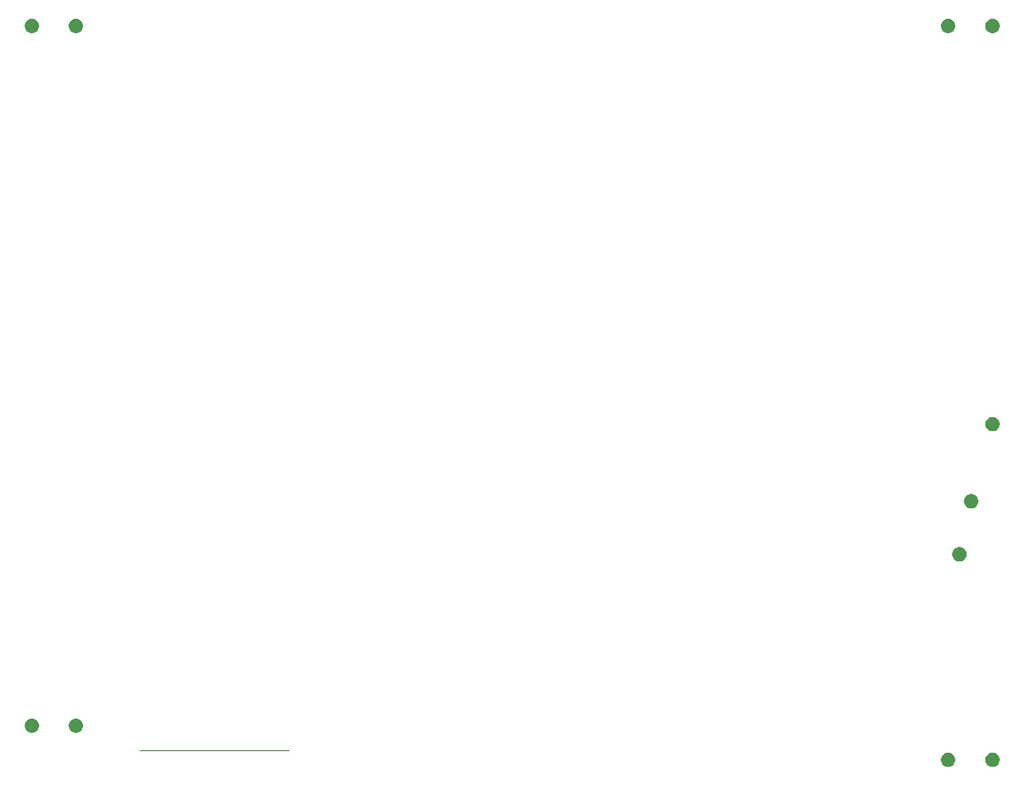
<source format=gbs>
G04 #@! TF.GenerationSoftware,KiCad,Pcbnew,(5.1.5-0-10_14)*
G04 #@! TF.CreationDate,2020-04-19T15:43:16+09:00*
G04 #@! TF.ProjectId,colice_left_topFrame,636f6c69-6365-45f6-9c65-66745f746f70,rev?*
G04 #@! TF.SameCoordinates,Original*
G04 #@! TF.FileFunction,Soldermask,Bot*
G04 #@! TF.FilePolarity,Negative*
%FSLAX46Y46*%
G04 Gerber Fmt 4.6, Leading zero omitted, Abs format (unit mm)*
G04 Created by KiCad (PCBNEW (5.1.5-0-10_14)) date 2020-04-19 15:43:16*
%MOMM*%
%LPD*%
G04 APERTURE LIST*
%ADD10C,0.150000*%
%ADD11C,0.100000*%
G04 APERTURE END LIST*
D10*
X68275200Y-142773400D02*
X44780200Y-142773400D01*
D11*
G36*
X179652441Y-143138471D02*
G01*
X179857359Y-143223351D01*
X179857361Y-143223352D01*
X180041783Y-143346579D01*
X180198621Y-143503417D01*
X180198622Y-143503419D01*
X180321849Y-143687841D01*
X180406729Y-143892759D01*
X180450000Y-144110297D01*
X180450000Y-144332103D01*
X180406729Y-144549641D01*
X180321849Y-144754559D01*
X180321848Y-144754561D01*
X180198621Y-144938983D01*
X180041783Y-145095821D01*
X179857361Y-145219048D01*
X179857360Y-145219049D01*
X179857359Y-145219049D01*
X179652441Y-145303929D01*
X179434903Y-145347200D01*
X179213097Y-145347200D01*
X178995559Y-145303929D01*
X178790641Y-145219049D01*
X178790640Y-145219049D01*
X178790639Y-145219048D01*
X178606217Y-145095821D01*
X178449379Y-144938983D01*
X178326152Y-144754561D01*
X178326151Y-144754559D01*
X178241271Y-144549641D01*
X178198000Y-144332103D01*
X178198000Y-144110297D01*
X178241271Y-143892759D01*
X178326151Y-143687841D01*
X178449378Y-143503419D01*
X178449379Y-143503417D01*
X178606217Y-143346579D01*
X178790639Y-143223352D01*
X178790641Y-143223351D01*
X178995559Y-143138471D01*
X179213097Y-143095200D01*
X179434903Y-143095200D01*
X179652441Y-143138471D01*
G37*
G36*
X172654741Y-143138471D02*
G01*
X172859659Y-143223351D01*
X172859661Y-143223352D01*
X173044083Y-143346579D01*
X173200921Y-143503417D01*
X173200922Y-143503419D01*
X173324149Y-143687841D01*
X173409029Y-143892759D01*
X173452300Y-144110297D01*
X173452300Y-144332103D01*
X173409029Y-144549641D01*
X173324149Y-144754559D01*
X173324148Y-144754561D01*
X173200921Y-144938983D01*
X173044083Y-145095821D01*
X172859661Y-145219048D01*
X172859660Y-145219049D01*
X172859659Y-145219049D01*
X172654741Y-145303929D01*
X172437203Y-145347200D01*
X172215397Y-145347200D01*
X171997859Y-145303929D01*
X171792941Y-145219049D01*
X171792940Y-145219049D01*
X171792939Y-145219048D01*
X171608517Y-145095821D01*
X171451679Y-144938983D01*
X171328452Y-144754561D01*
X171328451Y-144754559D01*
X171243571Y-144549641D01*
X171200300Y-144332103D01*
X171200300Y-144110297D01*
X171243571Y-143892759D01*
X171328451Y-143687841D01*
X171451678Y-143503419D01*
X171451679Y-143503417D01*
X171608517Y-143346579D01*
X171792939Y-143223352D01*
X171792941Y-143223351D01*
X171997859Y-143138471D01*
X172215397Y-143095200D01*
X172437203Y-143095200D01*
X172654741Y-143138471D01*
G37*
G36*
X34974041Y-137753671D02*
G01*
X35178959Y-137838551D01*
X35178961Y-137838552D01*
X35363383Y-137961779D01*
X35520221Y-138118617D01*
X35520222Y-138118619D01*
X35643449Y-138303041D01*
X35728329Y-138507959D01*
X35771600Y-138725497D01*
X35771600Y-138947303D01*
X35728329Y-139164841D01*
X35643449Y-139369759D01*
X35643448Y-139369761D01*
X35520221Y-139554183D01*
X35363383Y-139711021D01*
X35178961Y-139834248D01*
X35178960Y-139834249D01*
X35178959Y-139834249D01*
X34974041Y-139919129D01*
X34756503Y-139962400D01*
X34534697Y-139962400D01*
X34317159Y-139919129D01*
X34112241Y-139834249D01*
X34112240Y-139834249D01*
X34112239Y-139834248D01*
X33927817Y-139711021D01*
X33770979Y-139554183D01*
X33647752Y-139369761D01*
X33647751Y-139369759D01*
X33562871Y-139164841D01*
X33519600Y-138947303D01*
X33519600Y-138725497D01*
X33562871Y-138507959D01*
X33647751Y-138303041D01*
X33770978Y-138118619D01*
X33770979Y-138118617D01*
X33927817Y-137961779D01*
X34112239Y-137838552D01*
X34112241Y-137838551D01*
X34317159Y-137753671D01*
X34534697Y-137710400D01*
X34756503Y-137710400D01*
X34974041Y-137753671D01*
G37*
G36*
X28027141Y-137753671D02*
G01*
X28232059Y-137838551D01*
X28232061Y-137838552D01*
X28416483Y-137961779D01*
X28573321Y-138118617D01*
X28573322Y-138118619D01*
X28696549Y-138303041D01*
X28781429Y-138507959D01*
X28824700Y-138725497D01*
X28824700Y-138947303D01*
X28781429Y-139164841D01*
X28696549Y-139369759D01*
X28696548Y-139369761D01*
X28573321Y-139554183D01*
X28416483Y-139711021D01*
X28232061Y-139834248D01*
X28232060Y-139834249D01*
X28232059Y-139834249D01*
X28027141Y-139919129D01*
X27809603Y-139962400D01*
X27587797Y-139962400D01*
X27370259Y-139919129D01*
X27165341Y-139834249D01*
X27165340Y-139834249D01*
X27165339Y-139834248D01*
X26980917Y-139711021D01*
X26824079Y-139554183D01*
X26700852Y-139369761D01*
X26700851Y-139369759D01*
X26615971Y-139164841D01*
X26572700Y-138947303D01*
X26572700Y-138725497D01*
X26615971Y-138507959D01*
X26700851Y-138303041D01*
X26824078Y-138118619D01*
X26824079Y-138118617D01*
X26980917Y-137961779D01*
X27165339Y-137838552D01*
X27165341Y-137838551D01*
X27370259Y-137753671D01*
X27587797Y-137710400D01*
X27809603Y-137710400D01*
X28027141Y-137753671D01*
G37*
G36*
X174445441Y-110677271D02*
G01*
X174650359Y-110762151D01*
X174650361Y-110762152D01*
X174834783Y-110885379D01*
X174991621Y-111042217D01*
X174991622Y-111042219D01*
X175114849Y-111226641D01*
X175199729Y-111431559D01*
X175243000Y-111649097D01*
X175243000Y-111870903D01*
X175199729Y-112088441D01*
X175114849Y-112293359D01*
X175114848Y-112293361D01*
X174991621Y-112477783D01*
X174834783Y-112634621D01*
X174650361Y-112757848D01*
X174650360Y-112757849D01*
X174650359Y-112757849D01*
X174445441Y-112842729D01*
X174227903Y-112886000D01*
X174006097Y-112886000D01*
X173788559Y-112842729D01*
X173583641Y-112757849D01*
X173583640Y-112757849D01*
X173583639Y-112757848D01*
X173399217Y-112634621D01*
X173242379Y-112477783D01*
X173119152Y-112293361D01*
X173119151Y-112293359D01*
X173034271Y-112088441D01*
X172991000Y-111870903D01*
X172991000Y-111649097D01*
X173034271Y-111431559D01*
X173119151Y-111226641D01*
X173242378Y-111042219D01*
X173242379Y-111042217D01*
X173399217Y-110885379D01*
X173583639Y-110762152D01*
X173583641Y-110762151D01*
X173788559Y-110677271D01*
X174006097Y-110634000D01*
X174227903Y-110634000D01*
X174445441Y-110677271D01*
G37*
G36*
X176286941Y-102295271D02*
G01*
X176491859Y-102380151D01*
X176491861Y-102380152D01*
X176676283Y-102503379D01*
X176833121Y-102660217D01*
X176833122Y-102660219D01*
X176956349Y-102844641D01*
X177041229Y-103049559D01*
X177084500Y-103267097D01*
X177084500Y-103488903D01*
X177041229Y-103706441D01*
X176956349Y-103911359D01*
X176956348Y-103911361D01*
X176833121Y-104095783D01*
X176676283Y-104252621D01*
X176491861Y-104375848D01*
X176491860Y-104375849D01*
X176491859Y-104375849D01*
X176286941Y-104460729D01*
X176069403Y-104504000D01*
X175847597Y-104504000D01*
X175630059Y-104460729D01*
X175425141Y-104375849D01*
X175425140Y-104375849D01*
X175425139Y-104375848D01*
X175240717Y-104252621D01*
X175083879Y-104095783D01*
X174960652Y-103911361D01*
X174960651Y-103911359D01*
X174875771Y-103706441D01*
X174832500Y-103488903D01*
X174832500Y-103267097D01*
X174875771Y-103049559D01*
X174960651Y-102844641D01*
X175083878Y-102660219D01*
X175083879Y-102660217D01*
X175240717Y-102503379D01*
X175425139Y-102380152D01*
X175425141Y-102380151D01*
X175630059Y-102295271D01*
X175847597Y-102252000D01*
X176069403Y-102252000D01*
X176286941Y-102295271D01*
G37*
G36*
X179652441Y-90128671D02*
G01*
X179857359Y-90213551D01*
X179857361Y-90213552D01*
X180041783Y-90336779D01*
X180198621Y-90493617D01*
X180198622Y-90493619D01*
X180321849Y-90678041D01*
X180406729Y-90882959D01*
X180450000Y-91100497D01*
X180450000Y-91322303D01*
X180406729Y-91539841D01*
X180321849Y-91744759D01*
X180321848Y-91744761D01*
X180198621Y-91929183D01*
X180041783Y-92086021D01*
X179857361Y-92209248D01*
X179857360Y-92209249D01*
X179857359Y-92209249D01*
X179652441Y-92294129D01*
X179434903Y-92337400D01*
X179213097Y-92337400D01*
X178995559Y-92294129D01*
X178790641Y-92209249D01*
X178790640Y-92209249D01*
X178790639Y-92209248D01*
X178606217Y-92086021D01*
X178449379Y-91929183D01*
X178326152Y-91744761D01*
X178326151Y-91744759D01*
X178241271Y-91539841D01*
X178198000Y-91322303D01*
X178198000Y-91100497D01*
X178241271Y-90882959D01*
X178326151Y-90678041D01*
X178449378Y-90493619D01*
X178449379Y-90493617D01*
X178606217Y-90336779D01*
X178790639Y-90213552D01*
X178790641Y-90213551D01*
X178995559Y-90128671D01*
X179213097Y-90085400D01*
X179434903Y-90085400D01*
X179652441Y-90128671D01*
G37*
G36*
X179652441Y-27238271D02*
G01*
X179857359Y-27323151D01*
X179857361Y-27323152D01*
X180041783Y-27446379D01*
X180198621Y-27603217D01*
X180198622Y-27603219D01*
X180321849Y-27787641D01*
X180406729Y-27992559D01*
X180450000Y-28210097D01*
X180450000Y-28431903D01*
X180406729Y-28649441D01*
X180321849Y-28854359D01*
X180321848Y-28854361D01*
X180198621Y-29038783D01*
X180041783Y-29195621D01*
X179857361Y-29318848D01*
X179857360Y-29318849D01*
X179857359Y-29318849D01*
X179652441Y-29403729D01*
X179434903Y-29447000D01*
X179213097Y-29447000D01*
X178995559Y-29403729D01*
X178790641Y-29318849D01*
X178790640Y-29318849D01*
X178790639Y-29318848D01*
X178606217Y-29195621D01*
X178449379Y-29038783D01*
X178326152Y-28854361D01*
X178326151Y-28854359D01*
X178241271Y-28649441D01*
X178198000Y-28431903D01*
X178198000Y-28210097D01*
X178241271Y-27992559D01*
X178326151Y-27787641D01*
X178449378Y-27603219D01*
X178449379Y-27603217D01*
X178606217Y-27446379D01*
X178790639Y-27323152D01*
X178790641Y-27323151D01*
X178995559Y-27238271D01*
X179213097Y-27195000D01*
X179434903Y-27195000D01*
X179652441Y-27238271D01*
G37*
G36*
X172654741Y-27238271D02*
G01*
X172859659Y-27323151D01*
X172859661Y-27323152D01*
X173044083Y-27446379D01*
X173200921Y-27603217D01*
X173200922Y-27603219D01*
X173324149Y-27787641D01*
X173409029Y-27992559D01*
X173452300Y-28210097D01*
X173452300Y-28431903D01*
X173409029Y-28649441D01*
X173324149Y-28854359D01*
X173324148Y-28854361D01*
X173200921Y-29038783D01*
X173044083Y-29195621D01*
X172859661Y-29318848D01*
X172859660Y-29318849D01*
X172859659Y-29318849D01*
X172654741Y-29403729D01*
X172437203Y-29447000D01*
X172215397Y-29447000D01*
X171997859Y-29403729D01*
X171792941Y-29318849D01*
X171792940Y-29318849D01*
X171792939Y-29318848D01*
X171608517Y-29195621D01*
X171451679Y-29038783D01*
X171328452Y-28854361D01*
X171328451Y-28854359D01*
X171243571Y-28649441D01*
X171200300Y-28431903D01*
X171200300Y-28210097D01*
X171243571Y-27992559D01*
X171328451Y-27787641D01*
X171451678Y-27603219D01*
X171451679Y-27603217D01*
X171608517Y-27446379D01*
X171792939Y-27323152D01*
X171792941Y-27323151D01*
X171997859Y-27238271D01*
X172215397Y-27195000D01*
X172437203Y-27195000D01*
X172654741Y-27238271D01*
G37*
G36*
X34986741Y-27238271D02*
G01*
X35191659Y-27323151D01*
X35191661Y-27323152D01*
X35376083Y-27446379D01*
X35532921Y-27603217D01*
X35532922Y-27603219D01*
X35656149Y-27787641D01*
X35741029Y-27992559D01*
X35784300Y-28210097D01*
X35784300Y-28431903D01*
X35741029Y-28649441D01*
X35656149Y-28854359D01*
X35656148Y-28854361D01*
X35532921Y-29038783D01*
X35376083Y-29195621D01*
X35191661Y-29318848D01*
X35191660Y-29318849D01*
X35191659Y-29318849D01*
X34986741Y-29403729D01*
X34769203Y-29447000D01*
X34547397Y-29447000D01*
X34329859Y-29403729D01*
X34124941Y-29318849D01*
X34124940Y-29318849D01*
X34124939Y-29318848D01*
X33940517Y-29195621D01*
X33783679Y-29038783D01*
X33660452Y-28854361D01*
X33660451Y-28854359D01*
X33575571Y-28649441D01*
X33532300Y-28431903D01*
X33532300Y-28210097D01*
X33575571Y-27992559D01*
X33660451Y-27787641D01*
X33783678Y-27603219D01*
X33783679Y-27603217D01*
X33940517Y-27446379D01*
X34124939Y-27323152D01*
X34124941Y-27323151D01*
X34329859Y-27238271D01*
X34547397Y-27195000D01*
X34769203Y-27195000D01*
X34986741Y-27238271D01*
G37*
G36*
X28027141Y-27238271D02*
G01*
X28232059Y-27323151D01*
X28232061Y-27323152D01*
X28416483Y-27446379D01*
X28573321Y-27603217D01*
X28573322Y-27603219D01*
X28696549Y-27787641D01*
X28781429Y-27992559D01*
X28824700Y-28210097D01*
X28824700Y-28431903D01*
X28781429Y-28649441D01*
X28696549Y-28854359D01*
X28696548Y-28854361D01*
X28573321Y-29038783D01*
X28416483Y-29195621D01*
X28232061Y-29318848D01*
X28232060Y-29318849D01*
X28232059Y-29318849D01*
X28027141Y-29403729D01*
X27809603Y-29447000D01*
X27587797Y-29447000D01*
X27370259Y-29403729D01*
X27165341Y-29318849D01*
X27165340Y-29318849D01*
X27165339Y-29318848D01*
X26980917Y-29195621D01*
X26824079Y-29038783D01*
X26700852Y-28854361D01*
X26700851Y-28854359D01*
X26615971Y-28649441D01*
X26572700Y-28431903D01*
X26572700Y-28210097D01*
X26615971Y-27992559D01*
X26700851Y-27787641D01*
X26824078Y-27603219D01*
X26824079Y-27603217D01*
X26980917Y-27446379D01*
X27165339Y-27323152D01*
X27165341Y-27323151D01*
X27370259Y-27238271D01*
X27587797Y-27195000D01*
X27809603Y-27195000D01*
X28027141Y-27238271D01*
G37*
M02*

</source>
